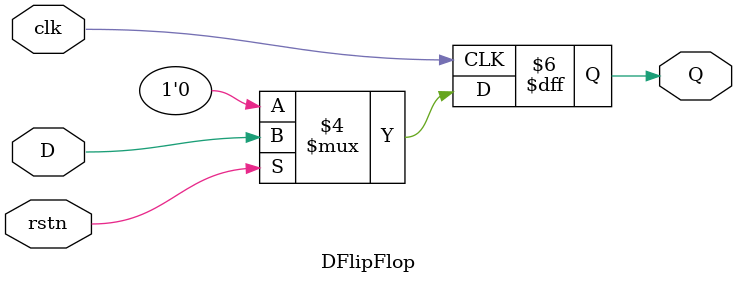
<source format=v>
module DFlipFlop(
	input clk,rstn,
	input D,
	output reg Q
);
//asynchronous reset
//
//always @ (posedge clk or negedge reset)
//    if (~reset)
//      q <= 1'b0;
//    else
//      q <= data;
//

//synchronous reset
always@(posedge clk) begin
	if(~rstn) begin
		Q<=0;
	end else begin
		Q<=D;
	end
end
endmodule 
</source>
